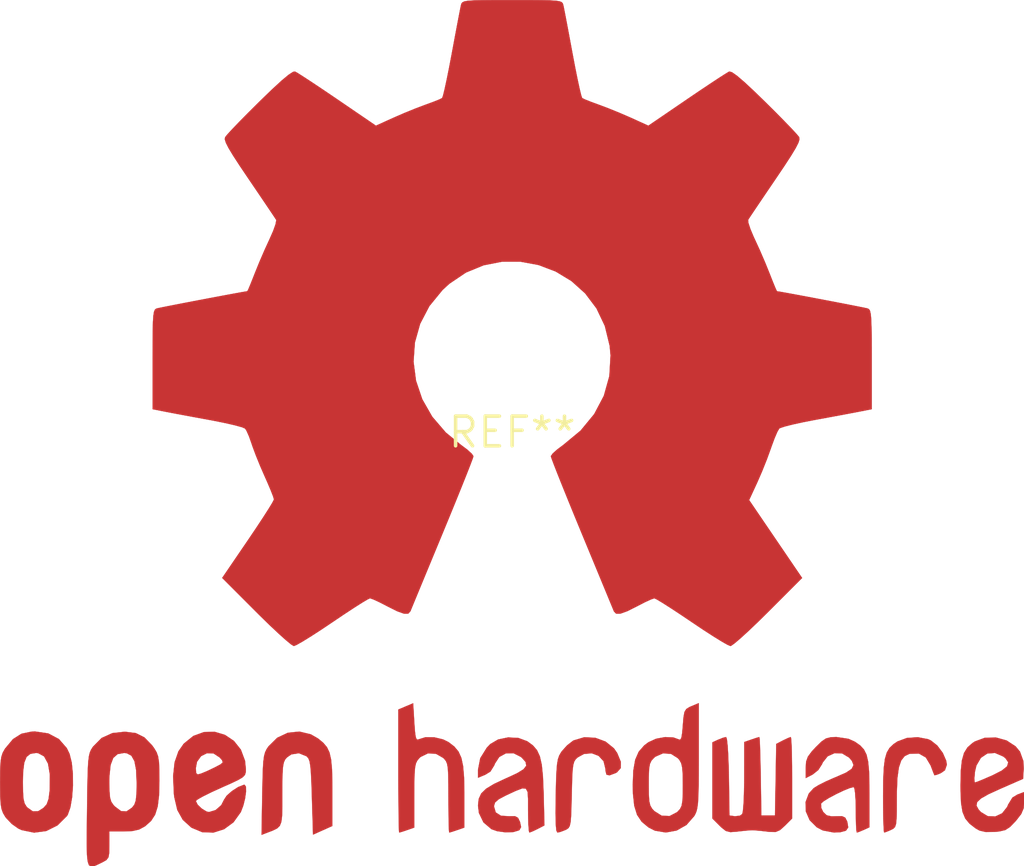
<source format=kicad_pcb>
(kicad_pcb (version 20240108) (generator pcbnew)
  (layers (0 "F.Cu" signal) (31 "B.Cu" signal) (34 "B.Paste" user) (35 "F.Paste" user) (36 "B.SilkS" user "B.Silkscreen") (37 "F.SilkS" user "F.Silkscreen") (38 "B.Mask" user) (39 "F.Mask" user) (44 "Edge.Cuts" user))
  (net 0 "")
  (footprint "OSHW-Logo2_48.7x40mm_Copper" (layer "F.Cu") (at 0 0)
    (property "Reference" "REF**")
    (property "Value" "OSHW-Logo2_48.7x40mm_Copper")
    (fp_poly (pts (xy 17.785632 13.133394) (xy 17.901951 13.184231) (xy 18.17959 13.404117) (xy 18.417009 13.722059) (xy 18.563842 14.061354) (xy 18.58774 14.228625) (xy 18.507618 14.462156) (xy 18.331869 14.585724) (xy 18.143436 14.660546) (xy 18.057154 14.674333) (xy 18.015141 14.574276) (xy 17.93218 14.356537) (xy 17.895784 14.258152) (xy 17.691695 13.917826) (xy 17.396205 13.748076) (xy 17.01731 13.753296) (xy 16.989246 13.759982) (xy 16.786961 13.855889) (xy 16.638247 14.042863) (xy 16.536675 14.343877) (xy 16.475815 14.781902) (xy 16.449235 15.379912) (xy 16.446744 15.698112) (xy 16.445507 16.19971) (xy 16.437409 16.54165) (xy 16.415866 16.758907) (xy 16.374293 16.88646) (xy 16.306109 16.959285) (xy 16.204729 17.012358) (xy 16.19887 17.01503) (xy 16.003636 17.097573) (xy 15.906916 17.127969) (xy 15.892054 17.036074) (xy 15.879331 16.782067) (xy 15.869663 16.39847) (xy 15.86397 15.917804) (xy 15.862836 15.566048) (xy 15.868626 14.885375) (xy 15.891273 14.368989) (xy 15.938691 13.986747) (xy 16.018793 13.708505) (xy 16.139493 13.50412) (xy 16.308706 13.343448) (xy 16.475798 13.231309) (xy 16.877582 13.082064) (xy 17.345192 13.048403) (xy 17.785632 13.133394)) (layer "F.Cu") (stroke (width 0.01)) (fill solid))
    (fp_poly (pts (xy -8.608569 12.92573) (xy -8.296257 13.106379) (xy -8.079119 13.285689) (xy -7.920311 13.473552) (xy -7.810908 13.703291) (xy -7.74198 14.008228) (xy -7.704599 14.421688) (xy -7.689838 14.976992) (xy -7.688122 15.376171) (xy -7.688122 16.845532) (xy -8.101724 17.030944) (xy -8.515325 17.216357) (xy -8.563984 15.606983) (xy -8.58409 15.005932) (xy -8.605182 14.569669) (xy -8.631314 14.268371) (xy -8.666543 14.072214) (xy -8.714923 13.951376) (xy -8.780508 13.876032) (xy -8.80155 13.859724) (xy -9.120375 13.732355) (xy -9.442643 13.782756) (xy -9.634482 13.916475) (xy -9.712518 14.011232) (xy -9.766535 14.135574) (xy -9.800864 14.324077) (xy -9.819837 14.611314) (xy -9.827786 15.031861) (xy -9.829118 15.470139) (xy -9.82938 16.019998) (xy -9.838795 16.409204) (xy -9.870309 16.671701) (xy -9.936867 16.841436) (xy -10.051414 16.952354) (xy -10.226895 17.038401) (xy -10.461277 17.127814) (xy -10.717265 17.225141) (xy -10.686793 15.497819) (xy -10.674522 14.87513) (xy -10.660165 14.414966) (xy -10.63959 14.085228) (xy -10.60866 13.853817) (xy -10.563243 13.688632) (xy -10.499202 13.557575) (xy -10.421994 13.441947) (xy -10.049494 13.072566) (xy -9.594958 12.858962) (xy -9.100583 12.807796) (xy -8.608569 12.92573)) (layer "F.Cu") (stroke (width 0.01)) (fill solid))
    (fp_poly (pts (xy 3.553143 13.073067) (xy 3.995217 13.236198) (xy 4.353365 13.524731) (xy 4.493439 13.72784) (xy 4.646142 14.100536) (xy 4.64297 14.370019) (xy 4.482694 14.551262) (xy 4.423391 14.58208) (xy 4.167348 14.678168) (xy 4.036587 14.653551) (xy 3.992296 14.492195) (xy 3.990039 14.403065) (xy 3.908953 14.075161) (xy 3.697603 13.845781) (xy 3.403847 13.734994) (xy 3.075545 13.76287) (xy 2.808674 13.907653) (xy 2.718537 13.990239) (xy 2.654646 14.090431) (xy 2.611487 14.241884) (xy 2.583546 14.478255) (xy 2.565309 14.833199) (xy 2.551261 15.340372) (xy 2.547623 15.500958) (xy 2.534356 16.050316) (xy 2.519271 16.436961) (xy 2.496649 16.692776) (xy 2.460769 16.849644) (xy 2.40591 16.939449) (xy 2.326354 16.994075) (xy 2.275419 17.018209) (xy 2.059111 17.100734) (xy 1.93178 17.127969) (xy 1.889707 17.037009) (xy 1.864026 16.762012) (xy 1.854599 16.299803) (xy 1.861288 15.647207) (xy 1.863371 15.546552) (xy 1.87807 14.951162) (xy 1.895451 14.51641) (xy 1.920184 14.208305) (xy 1.95694 13.992859) (xy 2.01039 13.836083) (xy 2.085204 13.703987) (xy 2.124339 13.647382) (xy 2.348731 13.396933) (xy 2.5997 13.202126) (xy 2.630426 13.185122) (xy 3.080445 13.050865) (xy 3.553143 13.073067)) (layer "F.Cu") (stroke (width 0.01)) (fill solid))
    (fp_poly (pts (xy 11.933746 13.1328) (xy 11.948598 13.388843) (xy 11.960236 13.77797) (xy 11.967717 14.269404) (xy 11.970115 14.784851) (xy 11.970115 16.529089) (xy 11.662149 16.837055) (xy 11.449926 17.026823) (xy 11.263631 17.10369) (xy 11.009007 17.098825) (xy 10.907935 17.086446) (xy 10.592034 17.050419) (xy 10.330741 17.029776) (xy 10.26705 17.02787) (xy 10.052331 17.040341) (xy 9.745237 17.071647) (xy 9.626166 17.086446) (xy 9.333714 17.109336) (xy 9.137177 17.059615) (xy 8.942299 16.906116) (xy 8.871951 16.837055) (xy 8.563985 16.529089) (xy 8.563985 13.266491) (xy 8.811859 13.153552) (xy 9.025299 13.069899) (xy 9.150174 13.040613) (xy 9.182192 13.133166) (xy 9.212116 13.391767) (xy 9.237955 13.787828) (xy 9.257713 14.292759) (xy 9.267243 14.719349) (xy 9.29387 16.398084) (xy 9.526159 16.430928) (xy 9.737431 16.407964) (xy 9.840953 16.33361) (xy 9.869889 16.194596) (xy 9.894595 15.898479) (xy 9.913104 15.482781) (xy 9.923455 14.985023) (xy 9.924947 14.728869) (xy 9.926437 13.254289) (xy 10.232913 13.147451) (xy 10.449832 13.074811) (xy 10.567825 13.040936) (xy 10.571228 13.040613) (xy 10.583066 13.132697) (xy 10.596077 13.388036) (xy 10.609171 13.775264) (xy 10.621253 14.263014) (xy 10.629695 14.719349) (xy 10.656322 16.398084) (xy 11.24023 16.398084) (xy 11.267025 14.86655) (xy 11.293819 13.335016) (xy 11.578475 13.187815) (xy 11.788644 13.086731) (xy 11.913034 13.040861) (xy 11.916624 13.040613) (xy 11.933746 13.1328)) (layer "F.Cu") (stroke (width 0.01)) (fill solid))
    (fp_poly (pts (xy -4.184674 12.412857) (xy -4.156154 12.810625) (xy -4.123397 13.045021) (xy -4.078004 13.147263) (xy -4.011577 13.148571) (xy -3.990038 13.136366) (xy -3.703534 13.047993) (xy -3.33085 13.053153) (xy -2.951952 13.143998) (xy -2.714966 13.261518) (xy -2.471982 13.449261) (xy -2.294355 13.661729) (xy -2.172417 13.931699) (xy -2.096501 14.291952) (xy -2.056937 14.775266) (xy -2.04406 15.414422) (xy -2.043829 15.537032) (xy -2.043678 16.914293) (xy -2.350154 17.021131) (xy -2.567826 17.093815) (xy -2.687252 17.127656) (xy -2.690767 17.127969) (xy -2.702528 17.036199) (xy -2.712537 16.783077) (xy -2.720033 16.401882) (xy -2.724254 15.925896) (xy -2.724904 15.636504) (xy -2.726258 15.06591) (xy -2.733228 14.65696) (xy -2.750177 14.376667) (xy -2.781468 14.192045) (xy -2.831463 14.070106) (xy -2.904525 13.977862) (xy -2.950142 13.933439) (xy -3.263503 13.754428) (xy -3.605452 13.741022) (xy -3.915701 13.892416) (xy -3.973074 13.947077) (xy -4.057227 14.049857) (xy -4.115599 14.171771) (xy -4.152859 14.348049) (xy -4.173678 14.613922) (xy -4.182726 15.004618) (xy -4.184674 15.543304) (xy -4.184674 16.914293) (xy -4.49115 17.021131) (xy -4.708823 17.093815) (xy -4.828248 17.127656) (xy -4.831763 17.127969) (xy -4.84075 17.034827) (xy -4.84885 16.772101) (xy -4.85574 16.364844) (xy -4.861095 15.838107) (xy -4.864589 15.216942) (xy -4.865898 14.526401) (xy -4.8659 14.495685) (xy -4.8659 11.863401) (xy -4.549616 11.729989) (xy -4.233333 11.596577) (xy -4.184674 12.412857)) (layer "F.Cu") (stroke (width 0.01)) (fill solid))
    (fp_poly (pts (xy -19.839264 12.886716) (xy -19.383129 13.12656) (xy -19.046497 13.512555) (xy -18.926918 13.76071) (xy -18.833869 14.133306) (xy -18.786237 14.604089) (xy -18.781721 15.117904) (xy -18.818017 15.619598) (xy -18.892822 16.054017) (xy -19.003832 16.366009) (xy -19.037951 16.419741) (xy -19.442061 16.82083) (xy -19.922044 17.061058) (xy -20.442869 17.13136) (xy -20.969507 17.022673) (xy -21.116067 16.957512) (xy -21.401479 16.756706) (xy -21.651973 16.490449) (xy -21.675646 16.456681) (xy -21.77187 16.293937) (xy -21.835477 16.119967) (xy -21.873053 15.890949) (xy -21.891184 15.56306) (xy -21.896459 15.092479) (xy -21.896551 14.986973) (xy -21.896309 14.953397) (xy -20.923371 14.953397) (xy -20.917708 15.397521) (xy -20.895425 15.692246) (xy -20.848582 15.882616) (xy -20.769238 16.013673) (xy -20.728735 16.057471) (xy -20.49588 16.223906) (xy -20.269804 16.216315) (xy -20.041218 16.071946) (xy -19.904883 15.917821) (xy -19.82414 15.692858) (xy -19.778797 15.338109) (xy -19.775686 15.296734) (xy -19.767947 14.653822) (xy -19.848834 14.176333) (xy -20.017252 13.8672) (xy -20.272107 13.729356) (xy -20.363081 13.721839) (xy -20.601963 13.759642) (xy -20.765367 13.890612) (xy -20.865274 14.141087) (xy -20.913669 14.537407) (xy -20.923371 14.953397) (xy -21.896309 14.953397) (xy -21.892927 14.485529) (xy -21.877707 14.135163) (xy -21.844372 13.892381) (xy -21.786403 13.713693) (xy -21.697281 13.555605) (xy -21.677586 13.526213) (xy -21.34656 13.130022) (xy -20.985861 12.900027) (xy -20.54673 12.808729) (xy -20.397611 12.804269) (xy -19.839264 12.886716)) (layer "F.Cu") (stroke (width 0.01)) (fill solid))
    (fp_poly (pts (xy 21.144797 13.188466) (xy 21.529833 13.440113) (xy 21.715547 13.665391) (xy 21.862679 14.074183) (xy 21.874365 14.39766) (xy 21.847893 14.830187) (xy 20.850384 15.266796) (xy 20.365369 15.48986) (xy 20.048457 15.669299) (xy 19.883672 15.824721) (xy 19.855036 15.975733) (xy 19.946573 16.141941) (xy 20.04751 16.252107) (xy 20.34121 16.428778) (xy 20.660655 16.441157) (xy 20.95404 16.30347) (xy 21.169562 16.029944) (xy 21.20811 15.933359) (xy 21.392752 15.631695) (xy 21.605176 15.503134) (xy 21.896552 15.393152) (xy 21.896552 15.810114) (xy 21.870792 16.093852) (xy 21.769886 16.333126) (xy 21.558394 16.607854) (xy 21.526959 16.643554) (xy 21.29171 16.887971) (xy 21.089491 17.01914) (xy 20.8365 17.079484) (xy 20.626768 17.099246) (xy 20.251622 17.104169) (xy 19.984567 17.041783) (xy 19.817966 16.949157) (xy 19.556126 16.745469) (xy 19.374878 16.525181) (xy 19.260173 16.248137) (xy 19.197959 15.87418) (xy 19.174187 15.363154) (xy 19.172289 15.103788) (xy 19.178741 14.792842) (xy 19.766331 14.792842) (xy 19.773146 14.959654) (xy 19.790131 14.986973) (xy 19.902219 14.949861) (xy 20.143435 14.851644) (xy 20.465825 14.712003) (xy 20.533244 14.68199) (xy 20.940677 14.474808) (xy 21.165158 14.292717) (xy 21.214493 14.122162) (xy 21.09649 13.949588) (xy 20.999036 13.873334) (xy 20.647388 13.720833) (xy 20.318254 13.746028) (xy 20.042708 13.932171) (xy 19.851826 14.262511) (xy 19.790627 14.524713) (xy 19.766331 14.792842) (xy 19.178741 14.792842) (xy 19.184864 14.497837) (xy 19.231197 14.049511) (xy 19.32298 13.723052) (xy 19.471908 13.482704) (xy 19.689671 13.292709) (xy 19.78461 13.231309) (xy 20.215876 13.071406) (xy 20.688041 13.061344) (xy 21.144797 13.188466)) (layer "F.Cu") (stroke (width 0.01)) (fill solid))
    (fp_poly (pts (xy 7.979713 13.848185) (xy 7.978478 14.575538) (xy 7.973693 15.135064) (xy 7.963342 15.553568) (xy 7.945407 15.857851) (xy 7.917872 16.074717) (xy 7.878721 16.23097) (xy 7.825936 16.353413) (xy 7.785967 16.423303) (xy 7.454966 16.802314) (xy 7.035295 17.039883) (xy 6.570972 17.125127) (xy 6.106016 17.047166) (xy 5.829143 16.907064) (xy 5.538484 16.664705) (xy 5.340389 16.368707) (xy 5.22087 15.981068) (xy 5.165938 15.463784) (xy 5.158157 15.084291) (xy 5.159206 15.05702) (xy 5.839081 15.05702) (xy 5.843233 15.492191) (xy 5.86226 15.780268) (xy 5.906015 15.968727) (xy 5.984352 16.105046) (xy 6.077952 16.207872) (xy 6.392292 16.40635) (xy 6.7298 16.423306) (xy 7.048786 16.257597) (xy 7.073613 16.235143) (xy 7.179582 16.118341) (xy 7.246027 15.979371) (xy 7.281999 15.772539) (xy 7.29655 15.452146) (xy 7.298851 15.097929) (xy 7.293863 14.652934) (xy 7.273215 14.356074) (xy 7.228381 14.160977) (xy 7.150835 14.021273) (xy 7.087251 13.947077) (xy 6.791877 13.75995) (xy 6.451692 13.73745) (xy 6.126984 13.880379) (xy 6.064319 13.933439) (xy 5.957644 14.051272) (xy 5.891061 14.191673) (xy 5.855311 14.400836) (xy 5.841132 14.724958) (xy 5.839081 15.05702) (xy 5.159206 15.05702) (xy 5.18168 14.473157) (xy 5.261573 14.013985) (xy 5.411826 13.668774) (xy 5.646428 13.399519) (xy 5.829143 13.261518) (xy 6.161253 13.112428) (xy 6.546183 13.043225) (xy 6.903997 13.061749) (xy 7.104215 13.136476) (xy 7.182785 13.157743) (xy 7.234922 13.078449) (xy 7.271316 12.865961) (xy 7.298851 12.54229) (xy 7.328997 12.181804) (xy 7.370871 11.964916) (xy 7.447064 11.840892) (xy 7.580169 11.758997) (xy 7.663794 11.722731) (xy 7.980077 11.590239) (xy 7.979713 13.848185)) (layer "F.Cu") (stroke (width 0.01)) (fill solid))
    (fp_poly (pts (xy -12.281494 12.948921) (xy -11.897807 13.207038) (xy -11.601297 13.57983) (xy -11.424169 14.054217) (xy -11.388344 14.403382) (xy -11.392413 14.549088) (xy -11.42648 14.660648) (xy -11.520129 14.760596) (xy -11.702946 14.871466) (xy -12.004517 15.015792) (xy -12.454427 15.216109) (xy -12.456705 15.217115) (xy -12.870831 15.406791) (xy -13.210425 15.575218) (xy -13.440777 15.704265) (xy -13.52718 15.775799) (xy -13.527203 15.776376) (xy -13.45105 15.932148) (xy -13.272968 16.103848) (xy -13.068526 16.227537) (xy -12.964948 16.252107) (xy -12.682369 16.167127) (xy -12.439024 15.954304) (xy -12.32029 15.720312) (xy -12.206066 15.547809) (xy -11.982323 15.351362) (xy -11.719308 15.181653) (xy -11.487265 15.089362) (xy -11.438742 15.084291) (xy -11.384124 15.167736) (xy -11.380833 15.381037) (xy -11.420972 15.668642) (xy -11.496645 15.975002) (xy -11.599954 16.244565) (xy -11.605172 16.255031) (xy -11.916063 16.689113) (xy -12.318986 16.98437) (xy -12.776576 17.129288) (xy -13.251467 17.112354) (xy -13.706292 16.922054) (xy -13.726515 16.908673) (xy -14.0843 16.584422) (xy -14.31956 16.161363) (xy -14.449755 15.605086) (xy -14.467227 15.448796) (xy -14.498173 14.711098) (xy -14.461074 14.367081) (xy -13.527203 14.367081) (xy -13.515069 14.581675) (xy -13.448702 14.644303) (xy -13.283247 14.59745) (xy -13.022443 14.486695) (xy -12.730914 14.347864) (xy -12.723669 14.344187) (xy -12.476567 14.214216) (xy -12.377395 14.12748) (xy -12.40185 14.03655) (xy -12.504824 13.917072) (xy -12.766799 13.74417) (xy -13.048925 13.731465) (xy -13.30199 13.857297) (xy -13.476785 14.100005) (xy -13.527203 14.367081) (xy -14.461074 14.367081) (xy -14.434521 14.120869) (xy -14.271218 13.652763) (xy -14.043879 13.324825) (xy -13.63355 12.993432) (xy -13.181572 12.829038) (xy -12.720151 12.818561) (xy -12.281494 12.948921)) (layer "F.Cu") (stroke (width 0.01)) (fill solid))
    (fp_poly (pts (xy 0.266482 13.081201) (xy 0.64781 13.222806) (xy 0.652172 13.225528) (xy 0.888011 13.3991) (xy 1.062119 13.601945) (xy 1.184571 13.86629) (xy 1.265446 14.224363) (xy 1.314818 14.70839) (xy 1.342764 15.350598) (xy 1.345214 15.442095) (xy 1.380399 16.821737) (xy 1.084304 16.974853) (xy 0.87006 17.078326) (xy 0.740701 17.127355) (xy 0.734718 17.127969) (xy 0.712332 17.037502) (xy 0.694549 16.793471) (xy 0.683611 16.436936) (xy 0.681226 16.148231) (xy 0.681171 15.680541) (xy 0.659791 15.386837) (xy 0.585266 15.246751) (xy 0.425775 15.239916) (xy 0.149498 15.345966) (xy -0.267624 15.540908) (xy -0.574343 15.702817) (xy -0.732097 15.843288) (xy -0.778473 15.996387) (xy -0.778544 16.003964) (xy -0.702015 16.267703) (xy -0.475434 16.410182) (xy -0.128673 16.43082) (xy 0.1211 16.42724) (xy 0.252798 16.499177) (xy 0.334928 16.671969) (xy 0.382198 16.892108) (xy 0.314077 17.017015) (xy 0.288427 17.034891) (xy 0.046943 17.106686) (xy -0.291224 17.116851) (xy -0.639478 17.069262) (xy -0.886248 16.982293) (xy -1.227426 16.692618) (xy -1.421363 16.289387) (xy -1.45977 15.974359) (xy -1.43046 15.690207) (xy -1.324398 15.458254) (xy -1.114388 15.252241) (xy -0.773229 15.045907) (xy -0.273725 14.812991) (xy -0.243295 14.799827) (xy 0.206658 14.591961) (xy 0.484313 14.421486) (xy 0.603324 14.268294) (xy 0.577344 14.112277) (xy 0.420024 13.933327) (xy 0.37298 13.892146) (xy 0.057865 13.732471) (xy -0.268647 13.739194) (xy -0.553011 13.895747) (xy -0.74168 14.185562) (xy -0.75921 14.242448) (xy -0.929924 14.518347) (xy -1.146542 14.651239) (xy -1.45977 14.782941) (xy -1.45977 14.442193) (xy -1.364489 13.946907) (xy -1.081682 13.492613) (xy -0.934516 13.340636) (xy -0.599982 13.145579) (xy -0.174549 13.05728) (xy 0.266482 13.081201)) (layer "F.Cu") (stroke (width 0.01)) (fill solid))
    (fp_poly (pts (xy -16.093668 12.873011) (xy -15.721833 13.058408) (xy -15.39364 13.399769) (xy -15.303256 13.526213) (xy -15.204792 13.691668) (xy -15.140906 13.871374) (xy -15.104357 14.111215) (xy -15.087904 14.457073) (xy -15.084291 14.913669) (xy -15.100606 15.539385) (xy -15.157319 16.009195) (xy -15.266077 16.359694) (xy -15.438527 16.627476) (xy -15.686319 16.849137) (xy -15.704526 16.862261) (xy -15.948732 16.996511) (xy -16.242801 17.062934) (xy -16.616793 17.07931) (xy -17.224775 17.07931) (xy -17.225031 17.669523) (xy -17.230688 17.998234) (xy -17.265165 18.191045) (xy -17.35526 18.306686) (xy -17.527773 18.403881) (xy -17.569202 18.423738) (xy -17.763077 18.516796) (xy -17.913187 18.575572) (xy -18.024805 18.580648) (xy -18.103206 18.512604) (xy -18.153665 18.352023) (xy -18.181456 18.079485) (xy -18.191854 17.675573) (xy -18.190133 17.120868) (xy -18.181569 16.395951) (xy -18.178895 16.179119) (xy -18.169259 15.431673) (xy -18.160627 14.942738) (xy -17.225287 14.942738) (xy -17.22003 15.357753) (xy -17.196666 15.629289) (xy -17.143806 15.808384) (xy -17.050062 15.946078) (xy -16.986415 16.013236) (xy -16.726216 16.209737) (xy -16.495842 16.225732) (xy -16.258132 16.06346) (xy -16.252107 16.057471) (xy -16.155391 15.93206) (xy -16.096556 15.761615) (xy -16.06688 15.499127) (xy -16.057638 15.097586) (xy -16.057471 15.008627) (xy -16.079805 14.455278) (xy -16.152506 14.071684) (xy -16.284118 13.837513) (xy -16.483186 13.73243) (xy -16.598238 13.721839) (xy -16.871298 13.771533) (xy -17.058597 13.935161) (xy -17.17134 14.234539) (xy -17.220734 14.691485) (xy -17.225287 14.942738) (xy -18.160627 14.942738) (xy -18.159045 14.853174) (xy -18.145844 14.41794) (xy -18.127247 14.100292) (xy -18.100846 13.874547) (xy -18.064231 13.715025) (xy -18.014995 13.596045) (xy -17.950727 13.491926) (xy -17.92317 13.452746) (xy -17.557625 13.082656) (xy -17.095449 12.872824) (xy -16.560821 12.814325) (xy -16.093668 12.873011)) (layer "F.Cu") (stroke (width 0.01)) (fill solid))
    (fp_poly (pts (xy 14.381355 13.117188) (xy 14.661563 13.244645) (xy 14.8815 13.399085) (xy 15.042648 13.571774) (xy 15.153908 13.794544) (xy 15.224178 14.099231) (xy 15.262357 14.517669) (xy 15.277344 15.081692) (xy 15.278928 15.453109) (xy 15.278928 16.902091) (xy 15.031053 17.01503) (xy 14.83582 17.097573) (xy 14.739099 17.127969) (xy 14.720595 17.037523) (xy 14.705916 16.793648) (xy 14.696928 16.437544) (xy 14.69502 16.154789) (xy 14.686819 15.746291) (xy 14.664708 15.422226) (xy 14.632421 15.223782) (xy 14.606773 15.181609) (xy 14.434371 15.224675) (xy 14.163724 15.335131) (xy 13.85034 15.484871) (xy 13.549725 15.645783) (xy 13.317385 15.78976) (xy 13.208826 15.888692) (xy 13.208396 15.889762) (xy 13.217734 16.072856) (xy 13.301464 16.247639) (xy 13.44847 16.389604) (xy 13.663031 16.437086) (xy 13.846403 16.431553) (xy 14.106115 16.427482) (xy 14.242442 16.488328) (xy 14.324317 16.649085) (xy 14.334641 16.679399) (xy 14.370134 16.908661) (xy 14.275218 17.047867) (xy 14.027814 17.11421) (xy 13.760561 17.126479) (xy 13.279634 17.035526) (xy 13.030676 16.905634) (xy 12.723209 16.600492) (xy 12.560145 16.225941) (xy 12.545512 15.83017) (xy 12.683338 15.461369) (xy 12.890655 15.230268) (xy 13.097645 15.100884) (xy 13.422984 14.937083) (xy 13.802107 14.770972) (xy 13.8653 14.74559) (xy 14.281738 14.561816) (xy 14.521796 14.399846) (xy 14.599001 14.238825) (xy 14.526879 14.0579) (xy 14.403066 13.916475) (xy 14.110425 13.74234) (xy 13.788433 13.729279) (xy 13.493146 13.863469) (xy 13.280619 14.131088) (xy 13.252724 14.200133) (xy 13.090319 14.454084) (xy 12.853216 14.642617) (xy 12.554023 14.797336) (xy 12.554023 14.358614) (xy 12.571633 14.090559) (xy 12.64714 13.879288) (xy 12.814557 13.653877) (xy 12.975272 13.480253) (xy 13.225182 13.234407) (xy 13.419353 13.102341) (xy 13.627907 13.049367) (xy 13.863977 13.040613) (xy 14.381355 13.117188)) (layer "F.Cu") (stroke (width 0.01)) (fill solid))
    (fp_poly (pts (xy 0.696713 -18.490006) (xy 1.223354 -18.487123) (xy 1.604491 -18.479316) (xy 1.864689 -18.464127) (xy 2.028514 -18.4391) (xy 2.120531 -18.401778) (xy 2.165305 -18.349705) (xy 2.187404 -18.280424) (xy 2.189551 -18.271456) (xy 2.223118 -18.109623) (xy 2.28525 -17.790317) (xy 2.369484 -17.347525) (xy 2.469357 -16.815231) (xy 2.578405 -16.227421) (xy 2.582214 -16.206777) (xy 2.691445 -15.630728) (xy 2.793643 -15.12177) (xy 2.882212 -14.71043) (xy 2.950558 -14.427231) (xy 2.992085 -14.3027) (xy 2.994066 -14.300494) (xy 3.116397 -14.239682) (xy 3.368619 -14.138344) (xy 3.696261 -14.018357) (xy 3.698085 -14.017717) (xy 4.110776 -13.862593) (xy 4.597319 -13.664987) (xy 5.055938 -13.466304) (xy 5.077643 -13.45648) (xy 5.824634 -13.117449) (xy 7.478729 -14.24701) (xy 7.986153 -14.59136) (xy 8.445803 -14.89921) (xy 8.83105 -15.153053) (xy 9.115263 -15.335383) (xy 9.271814 -15.428691) (xy 9.28668 -15.435611) (xy 9.400448 -15.404801) (xy 9.612938 -15.256147) (xy 9.932437 -14.982638) (xy 10.367232 -14.577264) (xy 10.811095 -14.145985) (xy 11.238981 -13.720994) (xy 11.621937 -13.33318) (xy 11.936909 -13.006492) (xy 12.160843 -12.764878) (xy 12.270686 -12.63229) (xy 12.274772 -12.625464) (xy 12.286915 -12.534478) (xy 12.241168 -12.385888) (xy 12.12623 -12.159628) (xy 11.930798 -11.83563) (xy 11.643568 -11.393829) (xy 11.260665 -10.825081) (xy 10.920846 -10.324483) (xy 10.617076 -9.875501) (xy 10.366909 -9.504201) (xy 10.187898 -9.236651) (xy 10.097599 -9.098916) (xy 10.091915 -9.089565) (xy 10.10294 -8.957598) (xy 10.18651 -8.701104) (xy 10.325994 -8.368561) (xy 10.375707 -8.262362) (xy 10.592621 -7.789247) (xy 10.82404 -7.252422) (xy 11.01203 -6.787931) (xy 11.147489 -6.443187) (xy 11.255086 -6.181195) (xy 11.317261 -6.044267) (xy 11.324991 -6.033716) (xy 11.439342 -6.01624) (xy 11.708896 -5.968354) (xy 12.097812 -5.896877) (xy 12.570249 -5.808623) (xy 13.090367 -5.710411) (xy 13.622326 -5.609056) (xy 14.130285 -5.511374) (xy 14.578402 -5.424183) (xy 14.930839 -5.354298) (xy 15.151754 -5.308537) (xy 15.205939 -5.295598) (xy 15.261911 -5.263666) (xy 15.304162 -5.191546) (xy 15.334593 -5.054896) (xy 15.355105 -4.829371) (xy 15.367599 -4.490628) (xy 15.373975 -4.014324) (xy 15.376134 -3.376116) (xy 15.376246 -3.114518) (xy 15.376246 -0.986979) (xy 14.865326 -0.886135) (xy 14.581074 -0.831454) (xy 14.156899 -0.751636) (xy 13.644385 -0.656311) (xy 13.095115 -0.555109) (xy 12.943295 -0.527312) (xy 12.436441 -0.428766) (xy 11.994893 -0.33186) (xy 11.655713 -0.245571) (xy 11.455959 -0.178875) (xy 11.422685 -0.158996) (xy 11.340977 -0.018219) (xy 11.223826 0.254565) (xy 11.09391 0.60561) (xy 11.068141 0.681226) (xy 10.897867 1.150059) (xy 10.686512 1.679048) (xy 10.47968 2.154082) (xy 10.47866 2.156288) (xy 10.134224 2.901465) (xy 11.267047 4.567786) (xy 12.399869 6.234106) (xy 10.945404 7.690999) (xy 10.505496 8.124603) (xy 10.104264 8.506828) (xy 9.764244 8.817271) (xy 9.50797 9.035527) (xy 9.357978 9.141189) (xy 9.336461 9.147893) (xy 9.210134 9.095098) (xy 8.952359 8.94832) (xy 8.591297 8.724967) (xy 8.155107 8.442448) (xy 7.683507 8.126054) (xy 7.204871 7.803327) (xy 6.778118 7.522504) (xy 6.43035 7.300861) (xy 6.188667 7.155675) (xy 6.080526 7.104215) (xy 5.948587 7.147759) (xy 5.698396 7.262501) (xy 5.381559 7.4246) (xy 5.347973 7.442617) (xy 4.921304 7.6566) (xy 4.628727 7.761543) (xy 4.44676 7.762659) (xy 4.351918 7.665159) (xy 4.351366 7.663793) (xy 4.303959 7.548327) (xy 4.190897 7.274229) (xy 4.020947 6.862713) (xy 3.802875 6.334995) (xy 3.545447 5.712288) (xy 3.25743 5.015807) (xy 2.978502 4.341487) (xy 2.671959 3.597332) (xy 2.390501 2.907973) (xy 2.142563 2.294541) (xy 1.936581 1.778169) (xy 1.780991 1.379988) (xy 1.684227 1.12113) (xy 1.654407 1.024521) (xy 1.729188 0.9137) (xy 1.924795 0.737076) (xy 2.185629 0.542347) (xy 2.928445 -0.073494) (xy 3.509059 -0.779392) (xy 3.920512 -1.560479) (xy 4.155846 -2.401886) (xy 4.208102 -3.288743) (xy 4.17012 -3.698084) (xy 3.963166 -4.547355) (xy 3.606745 -5.297329) (xy 3.122963 -5.940609) (xy 2.533926 -6.469798) (xy 1.861741 -6.8775) (xy 1.128515 -7.156317) (xy 0.356353 -7.298853) (xy -0.432638 -7.29771) (xy -1.216351 -7.145492) (xy -1.972681 -6.834802) (xy -2.67952 -6.358243) (xy -2.974546 -6.088722) (xy -3.540369 -5.396642) (xy -3.934337 -4.640349) (xy -4.159073 -3.84189) (xy -4.217199 -3.02331) (xy -4.111339 -2.206656) (xy -3.844115 -1.413974) (xy -3.41815 -0.66731) (xy -2.836068 0.011289) (xy -2.185628 0.542347) (xy -1.914696 0.745342) (xy -1.723302 0.920049) (xy -1.654406 1.024686) (xy -1.69048 1.138796) (xy -1.793076 1.411395) (xy -1.953753 1.821355) (xy -2.164072 2.347544) (xy -2.415592 2.968831) (xy -2.699874 3.664086) (xy -2.979271 4.341652) (xy -3.287518 5.086443) (xy -3.573036 5.776614) (xy -3.827059 6.390954) (xy -4.040823 6.90825) (xy -4.20556 7.307293) (xy -4.312507 7.566869) (xy -4.352135 7.663793) (xy -4.445753 7.762258) (xy -4.626835 7.76197) (xy -4.918685 7.657753) (xy -5.344604 7.444431) (xy -5.347972 7.442617) (xy -5.66866 7.277071) (xy -5.927896 7.156483) (xy -6.074075 7.104692) (xy -6.080526 7.104215) (xy -6.190569 7.156748) (xy -6.433514 7.302832) (xy -6.782258 7.52519) (xy -7.209701 7.806546) (xy -7.683506 8.126054) (xy -8.16589 8.449558) (xy -8.600652 8.730899) (xy -8.959633 8.952669) (xy -9.214672 9.09746) (xy -9.33646 9.147893) (xy -9.448606 9.081606) (xy -9.674081 8.896345) (xy -9.990355 8.612513) (xy -10.374899 8.25051) (xy -10.805183 7.830738) (xy -10.945904 7.690498) (xy -12.400868 6.233104) (xy -11.29341 4.6078) (xy -10.956846 4.108683) (xy -10.661459 3.660732) (xy -10.42382 3.289897) (xy -10.260501 3.02213) (xy -10.188072 2.88338) (xy -10.185951 2.873509) (xy -10.224135 2.742728) (xy -10.326836 2.47965) (xy -10.476281 2.128362) (xy -10.581177 1.893181) (xy -10.777308 1.442921) (xy -10.962014 0.988029) (xy -11.105213 0.603677) (xy -11.144112 0.48659) (xy -11.254629 0.173912) (xy -11.362663 -0.067685) (xy -11.422002 -0.158996) (xy -11.552952 -0.214879) (xy -11.838753 -0.294098) (xy -12.242323 -0.387677) (xy -12.726577 -0.486635) (xy -12.943295 -0.527312) (xy -13.493622 -0.628438) (xy -14.021492 -0.726357) (xy -14.475319 -0.811438) (xy -14.803522 -0.874051) (xy -14.865325 -0.886135) (xy -15.376245 -0.986979) (xy -15.376245 -3.114518) (xy -15.375097 -3.814101) (xy -15.370387 -4.3434) (xy -15.360215 -4.726756) (xy -15.342678 -4.988513) (xy -15.315876 -5.153014) (xy -15.277909 -5.244604) (xy -15.226876 -5.287624) (xy -15.205938 -5.295598) (xy -15.079652 -5.323889) (xy -14.800651 -5.380333) (xy -14.404778 -5.458115) (xy -13.927871 -5.550417) (xy -13.405773 -5.650424) (xy -12.874323 -5.751318) (xy -12.369362 -5.846284) (xy -11.92673 -5.928505) (xy -11.582268 -5.991163) (xy -11.371817 -6.027444) (xy -11.32499 -6.033716) (xy -11.282568 -6.117655) (xy -11.188665 -6.341261) (xy -11.060839 -6.662225) (xy -11.012029 -6.787931) (xy -10.815161 -7.273595) (xy -10.583333 -7.810165) (xy -10.375706 -8.262362) (xy -10.222931 -8.60813) (xy -10.121289 -8.892247) (xy -10.087359 -9.066245) (xy -10.092768 -9.089565) (xy -10.164478 -9.199661) (xy -10.328217 -9.444523) (xy -10.566411 -9.798076) (xy -10.861484 -10.234247) (xy -11.195862 -10.72696) (xy -11.261981 -10.824218) (xy -11.64996 -11.400455) (xy -11.935158 -11.839247) (xy -12.128946 -12.160797) (xy -12.242693 -12.385308) (xy -12.287769 -12.532981) (xy -12.275545 -12.624021) (xy -12.275233 -12.624601) (xy -12.179023 -12.74418) (xy -11.966223 -12.975362) (xy -11.659897 -13.294182) (xy -11.283111 -13.676671) (xy -10.858931 -14.098864) (xy -10.811094 -14.145985) (xy -10.276524 -14.663656) (xy -9.863984 -15.043767) (xy -9.565184 -15.293326) (xy -9.37184 -15.419346) (xy -9.286679 -15.435611) (xy -9.162393 -15.364656) (xy -8.904475 -15.200755) (xy -8.539556 -14.961417) (xy -8.094266 -14.664149) (xy -7.595233 -14.326457) (xy -7.478728 -14.24701) (xy -5.824633 -13.117449) (xy -5.077642 -13.45648) (xy -4.623368 -13.654058) (xy -4.135745 -13.852766) (xy -3.716551 -14.011198) (xy -3.698084 -14.017717) (xy -3.37019 -14.137743) (xy -3.11743 -14.239236) (xy -2.994274 -14.300318) (xy -2.994065 -14.300494) (xy -2.954987 -14.410904) (xy -2.888558 -14.682442) (xy -2.801375 -15.084583) (xy -2.700032 -15.586802) (xy -2.591123 -16.158574) (xy -2.582213 -16.206777) (xy -2.472965 -16.795882) (xy -2.372672 -17.330632) (xy -2.287797 -17.777041) (xy -2.224804 -18.101123) (xy -2.190155 -18.268894) (xy -2.18955 -18.271456) (xy -2.168464 -18.342824) (xy -2.127463 -18.396708) (xy -2.041979 -18.435565) (xy -1.887449 -18.461851) (xy -1.639305 -18.478022) (xy -1.272982 -18.486537) (xy -0.763916 -18.489851) (xy -0.087539 -18.490421) (xy 0 -18.490421) (xy 0.696713 -18.490006)) (layer "F.Cu") (stroke (width 0.01)) (fill solid))
  )
)
</source>
